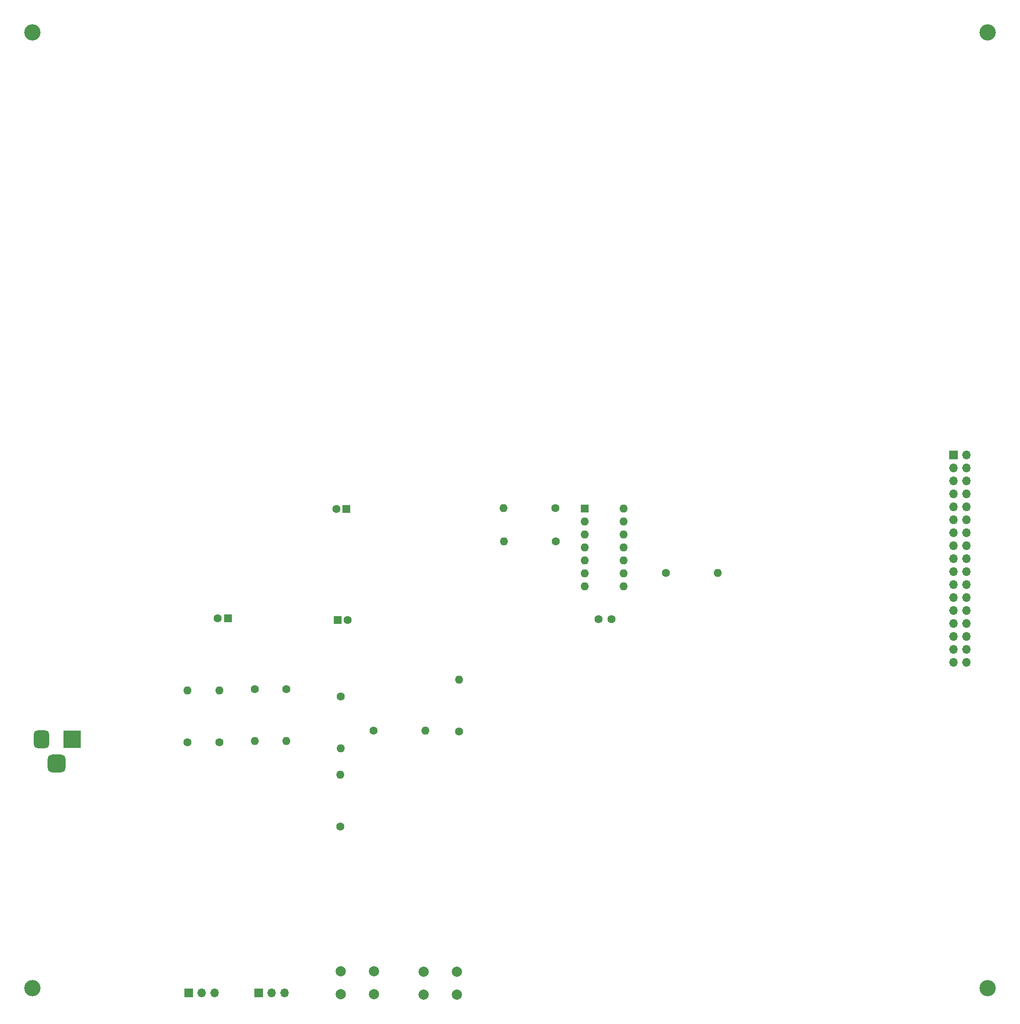
<source format=gbr>
%TF.GenerationSoftware,KiCad,Pcbnew,7.0.7*%
%TF.CreationDate,2023-10-25T17:14:34+09:00*%
%TF.ProjectId,clock_clear,636c6f63-6b5f-4636-9c65-61722e6b6963,rev?*%
%TF.SameCoordinates,Original*%
%TF.FileFunction,Soldermask,Top*%
%TF.FilePolarity,Negative*%
%FSLAX46Y46*%
G04 Gerber Fmt 4.6, Leading zero omitted, Abs format (unit mm)*
G04 Created by KiCad (PCBNEW 7.0.7) date 2023-10-25 17:14:34*
%MOMM*%
%LPD*%
G01*
G04 APERTURE LIST*
G04 Aperture macros list*
%AMRoundRect*
0 Rectangle with rounded corners*
0 $1 Rounding radius*
0 $2 $3 $4 $5 $6 $7 $8 $9 X,Y pos of 4 corners*
0 Add a 4 corners polygon primitive as box body*
4,1,4,$2,$3,$4,$5,$6,$7,$8,$9,$2,$3,0*
0 Add four circle primitives for the rounded corners*
1,1,$1+$1,$2,$3*
1,1,$1+$1,$4,$5*
1,1,$1+$1,$6,$7*
1,1,$1+$1,$8,$9*
0 Add four rect primitives between the rounded corners*
20,1,$1+$1,$2,$3,$4,$5,0*
20,1,$1+$1,$4,$5,$6,$7,0*
20,1,$1+$1,$6,$7,$8,$9,0*
20,1,$1+$1,$8,$9,$2,$3,0*%
G04 Aperture macros list end*
%ADD10C,3.200000*%
%ADD11R,1.600000X1.600000*%
%ADD12C,1.600000*%
%ADD13O,1.600000X1.600000*%
%ADD14C,2.000000*%
%ADD15R,1.700000X1.700000*%
%ADD16O,1.700000X1.700000*%
%ADD17R,3.500000X3.500000*%
%ADD18RoundRect,0.750000X-0.750000X-1.000000X0.750000X-1.000000X0.750000X1.000000X-0.750000X1.000000X0*%
%ADD19RoundRect,0.875000X-0.875000X-0.875000X0.875000X-0.875000X0.875000X0.875000X-0.875000X0.875000X0*%
G04 APERTURE END LIST*
D10*
%TO.C,H1*%
X107315000Y-31750000D03*
%TD*%
D11*
%TO.C,C1*%
X168874500Y-125145800D03*
D12*
X166874500Y-125145800D03*
%TD*%
%TO.C,R6*%
X209799400Y-124998400D03*
D13*
X199639400Y-124998400D03*
%TD*%
D12*
%TO.C,R11*%
X137668000Y-170840400D03*
D13*
X137668000Y-160680400D03*
%TD*%
D12*
%TO.C,R7*%
X231541800Y-137698400D03*
D13*
X241701800Y-137698400D03*
%TD*%
D11*
%TO.C,C3*%
X145643600Y-146532600D03*
D12*
X143643600Y-146532600D03*
%TD*%
%TO.C,R10*%
X143941800Y-170840400D03*
D13*
X143941800Y-160680400D03*
%TD*%
D12*
%TO.C,R4*%
X167767000Y-161925000D03*
D13*
X167767000Y-172085000D03*
%TD*%
D11*
%TO.C,C2*%
X167138600Y-146862800D03*
D12*
X169138600Y-146862800D03*
%TD*%
%TO.C,R3*%
X190982600Y-168757600D03*
D13*
X190982600Y-158597600D03*
%TD*%
D10*
%TO.C,H3*%
X294615000Y-31750000D03*
%TD*%
D12*
%TO.C,R8*%
X150876000Y-160477200D03*
D13*
X150876000Y-170637200D03*
%TD*%
D14*
%TO.C,SW2*%
X174293600Y-220258200D03*
X167793600Y-220258200D03*
X174293600Y-215758200D03*
X167793600Y-215758200D03*
%TD*%
D11*
%TO.C,U1*%
X215569800Y-125018800D03*
D13*
X215569800Y-127558800D03*
X215569800Y-130098800D03*
X215569800Y-132638800D03*
X215569800Y-135178800D03*
X215569800Y-137718800D03*
X215569800Y-140258800D03*
X223189800Y-140258800D03*
X223189800Y-137718800D03*
X223189800Y-135178800D03*
X223189800Y-132638800D03*
X223189800Y-130098800D03*
X223189800Y-127558800D03*
X223189800Y-125018800D03*
%TD*%
D15*
%TO.C,SW6*%
X137962400Y-219989400D03*
D16*
X140502400Y-219989400D03*
X143042400Y-219989400D03*
%TD*%
D10*
%TO.C,H4*%
X294614600Y-219049600D03*
%TD*%
D12*
%TO.C,R2*%
X167665400Y-187375800D03*
D13*
X167665400Y-177215800D03*
%TD*%
D12*
%TO.C,R9*%
X157099000Y-160426400D03*
D13*
X157099000Y-170586400D03*
%TD*%
D12*
%TO.C,R1*%
X174218600Y-168605200D03*
D13*
X184378600Y-168605200D03*
%TD*%
D17*
%TO.C,J2*%
X115067600Y-170307000D03*
D18*
X109067600Y-170307000D03*
D19*
X112067600Y-175007000D03*
%TD*%
D10*
%TO.C,H2*%
X107315000Y-219049600D03*
%TD*%
D12*
%TO.C,R5*%
X209926400Y-131475400D03*
D13*
X199766400Y-131475400D03*
%TD*%
D12*
%TO.C,C4*%
X218297600Y-146740800D03*
X220797600Y-146740800D03*
%TD*%
D15*
%TO.C,SW5*%
X151663400Y-219989400D03*
D16*
X154203400Y-219989400D03*
X156743400Y-219989400D03*
%TD*%
D14*
%TO.C,SW1*%
X190524200Y-220283600D03*
X184024200Y-220283600D03*
X190524200Y-215783600D03*
X184024200Y-215783600D03*
%TD*%
D15*
%TO.C,J1*%
X287858200Y-114554000D03*
D16*
X290398200Y-114554000D03*
X287858200Y-117094000D03*
X290398200Y-117094000D03*
X287858200Y-119634000D03*
X290398200Y-119634000D03*
X287858200Y-122174000D03*
X290398200Y-122174000D03*
X287858200Y-124714000D03*
X290398200Y-124714000D03*
X287858200Y-127254000D03*
X290398200Y-127254000D03*
X287858200Y-129794000D03*
X290398200Y-129794000D03*
X287858200Y-132334000D03*
X290398200Y-132334000D03*
X287858200Y-134874000D03*
X290398200Y-134874000D03*
X287858200Y-137414000D03*
X290398200Y-137414000D03*
X287858200Y-139954000D03*
X290398200Y-139954000D03*
X287858200Y-142494000D03*
X290398200Y-142494000D03*
X287858200Y-145034000D03*
X290398200Y-145034000D03*
X287858200Y-147574000D03*
X290398200Y-147574000D03*
X287858200Y-150114000D03*
X290398200Y-150114000D03*
X287858200Y-152654000D03*
X290398200Y-152654000D03*
X287858200Y-155194000D03*
X290398200Y-155194000D03*
%TD*%
M02*

</source>
